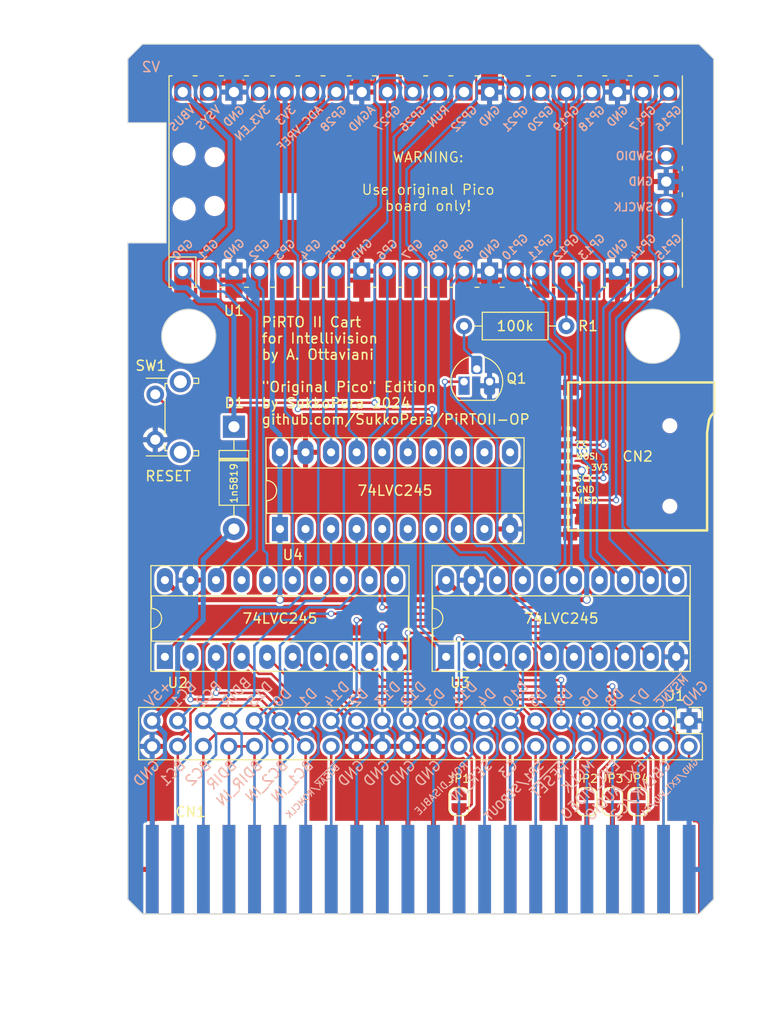
<source format=kicad_pcb>
(kicad_pcb (version 20240108) (generator "pcbnew") (generator_version "8.0")
  (title_block (title "PiRTO II Cart - \"Official Pico\" Edition") (date "2024-12-28") (rev "1git") (company "Andrea Ottaviani/SukkoPera") (comment 1 "https://github.com/SukkoPera/PiRTOII-OP") (comment 2 "Original project: https://github.com/aotta/PiRTOII"))
  (layers (0 "F.Cu" signal) (31 "B.Cu" signal) (36 "B.SilkS" user "B.Silkscreen") (37 "F.SilkS" user "F.Silkscreen") (38 "B.Mask" user) (39 "F.Mask" user) (44 "Edge.Cuts" user))
  (net 0 "")
  (net 1 "+5V")
  (net 2 "GND")
  (net 3 "~{msync'}")
  (net 4 "d7'")
  (net 5 "d8'")
  (net 6 "d6'")
  (net 7 "d9'")
  (net 8 "d5'")
  (net 9 "d10'")
  (net 10 "d4'")
  (net 11 "d11'")
  (net 12 "d3'")
  (net 13 "d12'")
  (net 14 "d13'")
  (net 15 "d2'")
  (net 16 "d14'")
  (net 17 "d1'")
  (net 18 "d0'")
  (net 19 "d15'")
  (net 20 "bdir'")
  (net 21 "bc2'")
  (net 22 "bc1'")
  (net 23 "/c3")
  (net 24 "Net-(D1-K)")
  (net 25 "/ext_audio")
  (net 26 "/mclk")
  (net 27 "/c2")
  (net 28 "/sr1")
  (net 29 "/~{busak}")
  (net 30 "rst_inty'")
  (net 31 "/ext_video")
  (net 32 "reset_inty_out")
  (net 33 "~{RESET_PICO}")
  (net 34 "CS")
  (net 37 "MISO")
  (net 41 "d6_lv")
  (net 43 "SCK")
  (net 44 "MOSI")
  (net 45 "d4_lv")
  (net 46 "d1_lv")
  (net 49 "d14_lv")
  (net 53 "/rom_disable")
  (net 54 "/serin")
  (net 55 "/c1")
  (net 56 "Net-(Q1-B)")
  (net 57 "DIR")
  (net 58 "d7_lv")
  (net 59 "d13_lv")
  (net 60 "d3_lv")
  (net 61 "d12_lv")
  (net 62 "d11_lv")
  (net 63 "+3.3V")
  (net 64 "~{msync_lv}")
  (net 65 "d9_lv")
  (net 66 "bc2_lv")
  (net 67 "d5_lv")
  (net 68 "d0_lv")
  (net 69 "d10_lv")
  (net 70 "d8_lv")
  (net 71 "d2_lv")
  (net 72 "bc1_lv")
  (net 73 "bdir_lv")
  (net 74 "d15_lv")
  (net 83 "/bc1_in")
  (net 84 "/bdir_in")
  (net 85 "/bc2_in")
  (footprint "PiRTOII:GCT-MEM2055-00-190-01-A" (layer "F.Cu") (at 131.448 146.936 -90)
    (property "Reference" "CN2")
    (property "Value" "MICRO_SD_SLOT")
  )
  (footprint "Package_DIP:DIP-20_W7.62mm_Socket_LongPads" (layer "F.Cu") (at 92.583 166.845 90)
    (property "Reference" "U2")
    (property "Value" "74LVC245")
  )
  (footprint "Connector_PinHeader_2.54mm:PinHeader_2x22_P2.54mm_Vertical" (layer "F.Cu") (at 144.653 173.195 -90)
    (property "Reference" "J1")
    (property "Value" "CONN_SNOOP")
  )
  (footprint "Diode_THT:D_DO-41_SOD81_P10.16mm_Horizontal" (layer "F.Cu") (at 99.441 143.985 -90)
    (property "Reference" "D1")
    (property "Value" "1n5819")
  )
  (footprint "MCU_RaspberryPi_and_Boards:RPi_Pico_SMD_TH" (layer "F.Cu") (at 118.491 119.634 90)
    (property "Reference" "U1")
    (property "Value" "PICO")
  )
  (footprint "Package_DIP:DIP-20_W7.62mm_Socket_LongPads" (layer "F.Cu") (at 104.013 154.145 90)
    (property "Reference" "U4")
    (property "Value" "74LVC245")
  )
  (footprint "Package_TO_SOT_THT:TO-92_HandSolder" (layer "F.Cu") (at 122.301 139.515)
    (property "Reference" "Q1")
    (property "Value" "BC547")
  )
  (footprint "Jumper:SolderJumper-2_P1.3mm_Open_RoundedPad1.0x1.5mm" (layer "F.Cu") (at 137.0457 181.229 90)
    (property "Reference" "JP3")
    (property "Value" "JMP_EXTVID")
  )
  (footprint "Package_DIP:DIP-20_W7.62mm_Socket_LongPads" (layer "F.Cu") (at 120.523 166.845 90)
    (property "Reference" "U3")
    (property "Value" "74LVC245")
  )
  (footprint "Jumper:SolderJumper-2_P1.3mm_Open_RoundedPad1.0x1.5mm" (layer "F.Cu") (at 134.5057 181.229 90)
    (property "Reference" "JP2")
    (property "Value" "JMP_MCLK")
  )
  (footprint "Button_Switch_THT:SW_Tactile_SPST_Angled_PTS645Vx83-2LFS" (layer "F.Cu") (at 91.625 145.275 90)
    (property "Reference" "SW1")
    (property "Value" "BTN_RESET_PICO" (hide yes))
  )
  (footprint "PiRTOII:Intellivision_Edge_Connector" (layer "F.Cu") (at 88.9 183.54)
    (property "Reference" "CN1")
    (property "Value" "EDGE_CONN")
    (fp_line (start 0 7.39) (end 0 0) (stroke (width 0.12)) (layer "Edge.Cuts"))
    (fp_line (start 0 7.39) (end 1.45 8.84) (stroke (width 0.12)) (layer "Edge.Cuts"))
    (fp_line (start 56.7414 8.84) (end 1.45 8.84) (stroke (width 0.12)) (layer "Edge.Cuts"))
    (fp_line (start 58.1914 7.39) (end 56.7414 8.84) (stroke (width 0.12)) (layer "Edge.Cuts"))
    (fp_line (start 58.1914 7.39) (end 58.1914 0) (stroke (width 0.12)) (layer "Edge.Cuts"))
  )
  (footprint "Jumper:SolderJumper-2_P1.3mm_Open_RoundedPad1.0x1.5mm" (layer "F.Cu") (at 121.8057 181.229 90)
    (property "Reference" "JP1")
    (property "Value" "JMP_ROMDIS")
  )
  (footprint "Jumper:SolderJumper-2_P1.3mm_Open_RoundedPad1.0x1.5mm" (layer "F.Cu") (at 139.5857 181.229 90)
    (property "Reference" "JP4")
    (property "Value" "JMP_EXTAUD")
  )
  (footprint "Resistor_THT:R_Axial_DIN0207_L6.3mm_D2.5mm_P10.16mm_Horizontal" (layer "F.Cu") (at 132.461 133.985 180)
    (property "Reference" "R1")
    (property "Value" "100k")
  )
  (gr_line (start 88.9 113.792) (end 92.71 113.792) (stroke (width 0.1)) (layer "Edge.Cuts"))
  (gr_line (start 147.0914 183.54) (end 147.0914 107.442) (stroke (width 0.1)) (layer "Edge.Cuts"))
  (gr_circle (center 94.94866 135) (end 97.63696 135) (stroke (width 0.1)) (fill none) (layer "Edge.Cuts"))
  (gr_line (start 88.9 125.73) (end 88.9 183.54) (stroke (width 0.1)) (layer "Edge.Cuts"))
  (gr_line (start 88.9 107.442) (end 88.9 113.792) (stroke (width 0.1)) (layer "Edge.Cuts"))
  (gr_circle (center 141.04274 135) (end 143.73104 135) (stroke (width 0.1)) (fill none) (layer "Edge.Cuts"))
  (gr_line (start 145.6414 105.992) (end 147.0914 107.442) (stroke (width 0.1)) (layer "Edge.Cuts"))
  (gr_line (start 92.71 113.792) (end 92.71 125.73) (stroke (width 0.1)) (layer "Edge.Cuts"))
  (gr_line (start 92.71 125.73) (end 88.9 125.73) (stroke (width 0.1)) (layer "Edge.Cuts"))
  (gr_line (start 145.6414 105.992) (end 90.35 105.992) (stroke (width 0.1)) (layer "Edge.Cuts"))
  (gr_line (start 88.9 107.442) (end 90.35 105.992) (stroke (width 0.1)) (layer "Edge.Cuts"))
  (gr_text "BDIR" (at 101.395045 169.483504 45) (layer "B.SilkS") (effects (font (size 1 1)) (justify left bottom mirror)))
  (gr_text "GND" (at 112.649 177.673 45) (layer "B.SilkS") (effects (font (size 1 1)) (justify left bottom mirror)))
  (gr_text "D12" (at 118.770984 169.887565 45) (layer "B.SilkS") (effects (font (size 1 1)) (justify left bottom mirror)))
  (gr_text "D3" (at 120.637549 170.561 45) (layer "B.SilkS") (effects (font (size 1 1)) (justify left bottom mirror)))
  (gr_text "D14" (at 111.150984 169.887565 45) (layer "B.SilkS") (effects (font (size 1 1)) (justify left bottom mirror)))
  (gr_text "~{BUSAK}/ROMCLK" (at 110.109 177.843884 45) (layer "B.SilkS") (effects (font (size 0.6 0.6) (thickness 0.12) (bold yes)) (justify left bottom mirror)))
  (gr_text "MCLK" (at 135.509 177.673 45) (layer "B.SilkS") (effects (font (size 1 1)) (justify left bottom mirror)))
  (gr_text "D9" (at 133.337549 170.561 45) (layer "B.SilkS") (effects (font (size 1 1)) (justify left bottom mirror)))
  (gr_text "BC2_IN" (at 105.029 177.673 45) (layer "B.SilkS") (effects (font (size 1 1)) (justify left bottom mirror)))
  (gr_text "BC1_IN" (at 107.569 177.673 45) (layer "B.SilkS") (effects (font (size 1 1)) (justify left bottom mirror)))
  (gr_text "BC2" (at 98.484656 169.853893 45) (layer "B.SilkS") (effects (font (size 1 1)) (justify left bottom mirror)))
  (gr_text "BDIR" (at 99.949 177.673 45) (layer "B.SilkS") (effects (font (size 1 1)) (justify left bottom mirror)))
  (gr_text "D11" (at 123.850984 169.887565 45) (layer "B.SilkS") (effects (font (size 1 1)) (justify left bottom mirror)))
  (gr_text "D1" (at 107.937549 170.561 45) (layer "B.SilkS") (effects (font (size 1 1)) (justify left bottom mirror)))
  (gr_text "D13" (at 116.230984 169.887565 45) (layer "B.SilkS") (effects (font (size 1 1)) (justify left bottom mirror)))
  (gr_text "SR1/SEROUT" (at 130.429 177.673 45) (layer "B.SilkS") (effects (font (size 0.8 0.8)) (justify left bottom mirror)))
  (gr_text "C3" (at 127.889 177.673 45) (layer "B.SilkS") (effects (font (size 1 1)) (justify left bottom mirror)))
  (gr_text "GND/EXT_VID/C1" (at 145.727902 177.326518 45) (layer "B.SilkS") (effects (font (size 0.6 0.6) (thickness 0.12) (bold yes)) (justify left bottom mirror)))
  (gr_text "GND" (at 120.269 177.673 45) (layer "B.SilkS") (effects (font (size 1 1)) (justify left bottom mirror)))
  (gr_text "BC2" (at 97.409 177.673 45) (layer "B.SilkS") (effects (font (size 1 1)) (justify left bottom mirror)))
  (gr_text "GND" (at 117.729 177.673 45) (layer "B.SilkS") (effects (font (size 1 1)) (justify left bottom mirror)))
  (gr_text "+5V" (at 93.472 169.786549 45) (layer "B.SilkS") (effects (font (size 1 1)) (justify left bottom mirror)))
  (gr_text "D0" (at 105.397549 170.561 45) (layer "B.SilkS") (effects (font (size 1 1)) (justify left bottom mirror)))
  (gr_text "ROM_DISABLE" (at 122.855881 177.673 45) (layer "B.SilkS") (effects (font (size 0.7 0.7) (thickness 0.12) (bold yes)) (justify left bottom mirror)))
  (gr_text "~{RESET}" (at 132.969 177.843884 45) (layer "B.SilkS") (effects (font (size 1 1)) (justify left bottom mirror)))
  (gr_text "D10" (at 128.930984 169.887565 45) (layer "B.SilkS") (effects (font (size 1 1)) (justify left bottom mirror)))
  (gr_text "D6" (at 135.877549 170.561 45) (layer "B.SilkS") (effects (font (size 1 1)) (justify left bottom mirror)))
  (gr_text "EXT_VIDEO" (at 138.049 177.673 45) (layer "B.SilkS") (effects (font (size 1 1)) (justify left bottom mirror)))
  (gr_text "BDIR_IN" (at 102.489 177.673 45) (layer "B.SilkS") (effects (font (size 1 1)) (justify left bottom mirror)))
  (gr_text "D7" (at 140.957549 170.561 45) (layer "B.SilkS") (effects (font (size 1 1)) (justify left bottom mirror)))
  (gr_text "BC1" (at 94.869 177.673 45) (layer "B.SilkS") (effects (font (size 1 1)) (justify left bottom mirror)))
  (gr_text "D5" (at 130.797549 170.561 45) (layer "B.SilkS") (effects (font (size 1 1)) (justify left bottom mirror)))
  (gr_text "D4" (at 125.717549 170.561 45) (layer "B.SilkS") (effects (font (size 1 1)) (justify left bottom mirror)))
  (gr_text "~{MSYNC}" (at 144.78 169.133691 45) (layer "B.SilkS") (effects (font (size 0.8 0.8) (thickness 0.14)) (justify left bottom mirror)))
  (gr_text "SER_IN" (at 125.349 177.673 45) (layer "B.SilkS") (effects (font (size 1 1)) (justify left bottom mirror)))
  (gr_text "D2" (at 113.017549 170.561 45) (layer "B.SilkS") (effects (font (size 1 1)) (justify left bottom mirror)))
  (gr_text "V2" (at 92.202 108.839 0) (layer "B.SilkS") (effects (font (size 1 1)) (justify left bottom mirror)))
  (gr_text "GND" (at 92.329 177.673 45) (layer "B.SilkS") (effects (font (size 1 1)) (justify left bottom mirror)))
  (gr_text "D8" (at 138.417549 170.561 45) (layer "B.SilkS") (effects (font (size 1 1)) (justify left bottom mirror)))
  (gr_text "GND" (at 146.812 169.786549 45) (layer "B.SilkS") (effects (font (size 1 1)) (justify left bottom mirror)))
  (gr_text "CBLNK/C2" (at 143.129 177.673 45) (layer "B.SilkS") (effects (font (size 1 1)) (justify left bottom mirror)))
  (gr_text "EXT_AUDIO" (at 140.589 177.673 45) (layer "B.SilkS") (effects (font (size 1 1)) (justify left bottom mirror)))
  (gr_text "BC1" (at 95.944656 169.853893 45) (layer "B.SilkS") (effects (font (size 1 1)) (justify left bottom mirror)))
  (gr_text "GND" (at 115.189 177.673 45) (layer "B.SilkS") (effects (font (size 1 1)) (justify left bottom mirror)))
  (gr_text "D15" (at 103.530984 169.887565 45) (layer "B.SilkS") (effects (font (size 1 1)) (justify left bottom mirror)))
  (gr_text "+3V3" (at 134.112 148.3844 0) (layer "F.SilkS") (effects (font (size 0.6 0.6) (thickness 0.12) (bold yes)) (justify left bottom)))
  (gr_text "SCK" (at 133.35 149.4844 0) (layer "F.SilkS") (effects (font (size 0.6 0.6) (thickness 0.12) (bold yes)) (justify left bottom)))
  (gr_text "MOSI" (at 133.35 147.2844 0) (layer "F.SilkS") (effects (font (size 0.6 0.6) (thickness 0.12) (bold yes)) (justify left bottom)))
  (gr_text "WARNING:\n\nUse original Pico\nboard only!" (at 118.736 119.634 0) (layer "F.SilkS") (effects (font (size 1 1) (thickness 0.125))))
  (gr_text "GND" (at 133.35 150.5844 0) (layer "F.SilkS") (effects (font (size 0.6 0.6) (thickness 0.12) (bold yes)) (justify left bottom)))
  (gr_text "~{CS}" (at 133.35 146.2644 0) (layer "F.SilkS") (effects (font (size 0.6 0.6) (thickness 0.12) (bold yes)) (justify left bottom)))
  (gr_text "MISO" (at 133.35 151.6844 0) (layer "F.SilkS") (effects (font (size 0.6 0.6) (thickness 0.12) (bold yes)) (justify left bottom)))
  (gr_text "RESET" (at 90.551 149.479 0) (layer "F.SilkS") (effects (font (size 1 1)) (justify left bottom)))
  (gr_text "PiRTO II Cart\nfor Intellivision\nby A. Ottaviani\n\n{dblquote}Original Pico{dblquote} Edition\nby SukkoPera 2024\ngithub.com/SukkoPera/PiRTOII-OP" (at 102.108 138.43 0) (layer "F.SilkS") (effects (font (size 1 1)) (justify left)))
  (segment (start 96.393 157.193) (end 96.393 163.195) (width 0.5) (layer "B.Cu") (net 1))
  (segment (start 91.3257 178.0667) (end 91.3257 178.0413) (width 0.5) (layer "B.Cu") (net 1))
  (segment (start 91.3257 178.0667) (end 91.3257 187.96) (width 0.5) (layer "B.Cu") (net 1))
  (segment (start 93.853 165.735) (end 93.853 170.655) (width 0.5) (layer "B.Cu") (net 1))
  (segment (start 99.441 154.145) (end 96.393 157.193) (width 0.5) (layer "B.Cu") (net 1))
  (segment (start 93.853 170.655) (end 91.313 173.195) (width 0.5) (layer "B.Cu") (net 1))
  (segment (start 91.3257 178.0413) (end 92.583 176.784) (width 0.5) (layer "B.Cu") (net 1))
  (segment (start 92.583 174.465) (end 92.583 176.784) (width 0.4) (layer "B.Cu") (net 1))
  (segment (start 92.583 174.465) (end 92.583 174.498) (width 0.5) (layer "B.Cu") (net 1))
  (segment (start 91.313 173.195) (end 92.583 174.465) (width 0.5) (layer "B.Cu") (net 1))
  (segment (start 96.393 163.195) (end 93.853 165.735) (width 0.5) (layer "B.Cu") (net 1))
  (segment (start 139.5857 180.58015) (end 139.5857 179.08385) (width 0.5) (layer "F.Cu") (net 2))
  (segment (start 114.1857 187.96) (end 114.1857 180.6067) (width 0.5) (layer "F.Cu") (net 2))
  (segment (start 91.3257 187.9473) (end 91.3257 180.594) (width 0.5) (layer "F.Cu") (net 2))
  (segment (start 119.2657 187.96) (end 119.2657 180.6067) (width 0.5) (layer "F.Cu") (net 2))
  (segment (start 116.7257 187.96) (end 116.7257 180.6067) (width 0.5) (layer "F.Cu") (net 2))
  (segment (start 134.5057 180.58015) (end 134.5057 179.08385) (width 0.5) (layer "F.Cu") (net 2))
  (segment (start 111.6457 187.9473) (end 111.6457 180.594) (width 0.5) (layer "F.Cu") (net 2))
  (segment (start 137.0457 180.58015) (end 137.0457 179.08385) (width 0.5) (layer "F.Cu") (net 2))
  (segment (start 121.8057 180.579) (end 121.8057 179.0827) (width 0.5) (layer "F.Cu") (net 2))
  (segment (start 144.6657 187.96) (end 144.6657 180.6067) (width 0.5) (layer "B.Cu") (net 2))
  (segment (start 138.303 161.925) (end 114.173 161.925) (width 0.25) (layer "F.Cu") (net 3))
  (segment (start 142.113 165.735) (end 138.303 161.925) (width 0.25) (layer "F.Cu") (net 3))
  (segment (start 142.113 173.195) (end 142.113 165.735) (width 0.25) (layer "F.Cu") (net 3))
  (via (at 114.173 161.925) (size 0.6) (drill 0.4) (layers "F.Cu" "B.Cu") (net 3))
  (segment (start 143.383 174.465) (end 143.383 176.4919) (width 0.25) (layer "B.Cu") (net 3))
  (segment (start 114.173 161.925) (end 114.173 154.145) (width 0.25) (layer "B.Cu") (net 3))
  (segment (start 143.383 176.4919) (end 142.1257 177.7492) (width 0.25) (layer "B.Cu") (net 3))
  (segment (start 142.1257 177.7492) (end 142.1257 187.96) (width 0.25) (layer "B.Cu") (net 3))
  (segment (start 142.113 173.195) (end 143.383 174.465) (width 0.25) (layer "B.Cu") (net 3))
  (segment (start 139.573 173.195) (end 136.812 170.434) (width 0.25) (layer "F.Cu") (net 4))
  (segment (start 136.812 170.434) (end 125.255 170.434) (width 0.25) (layer "F.Cu") (net 4))
  (segment (start 123.985 169.164) (end 114.3 169.164) (width 0.25) (layer "F.Cu") (net 4))
  (segment (start 125.255 170.434) (end 123.985 169.164) (width 0.25) (layer "F.Cu") (net 4))
  (segment (start 114.3 169.164) (end 112.903 167.767) (width 0.25) (layer "F.Cu") (net 4))
  (segment (start 139.573 173.195) (end 140.843 174.465) (width 0.25) (layer "B.Cu") (net 4))
  (segment (start 139.5857 177.71745) (end 139.5857 187.96) (width 0.25) (layer "B.Cu") (net 4))
  (segment (start 140.843 176.46015) (end 139.5857 177.71745) (width 0.25) (layer "B.Cu") (net 4))
  (segment (start 140.843 174.465) (end 140.843 176.46015) (width 0.25) (layer "B.Cu") (net 4))
  (segment (start 126.017 169.799) (end 137 169.799) (width 0.25) (layer "F.Cu") (net 5))
  (segment (start 137 169.799) (end 137.033 169.766) (width 0.25) (layer "F.Cu") (net 5))
  (segment (start 123.063 166.845) (end 126.017 169.799) (width 0.25) (layer "F.Cu") (net 5))
  (via (at 137.033 169.766) (size 0.6) (drill 0.4) (layers "F.Cu" "B.Cu") (net 5))
  (segment (start 138.303 176.403) (end 137.00125 177.70475) (width 0.25) (layer "B.Cu") (net 5))
  (segment (start 138.303 174.465) (end 138.303 176.403) (width 0.25) (layer "B.Cu") (net 5))
  (segment (start 137.00125 177.70475) (end 137.0457 177.7492) (width 0.25) (layer "B.Cu") (net 5))
  (segment (start 137.0457 177.7492) (end 137.0457 187.96) (width 0.25) (layer "B.Cu") (net 5))
  (segment (start 137.033 169.766) (end 137.033 173.195) (width 0.25) (layer "B.Cu") (net 5))
  (segment (start 137.033 173.195) (end 138.303 174.465) (width 0.25) (layer "B.Cu") (net 5))
  (segment (start 113.317 169.799) (end 123.477 169.799) (width 0.25) (layer "F.Cu") (net 6))
  (segment (start 132.367 171.069) (end 134.493 173.195) (width 0.25) (layer "F.Cu") (net 6))
  (segment (start 110.363 166.845) (end 113.317 169.799) (width 0.25) (layer "F.Cu") (net 6))
  (segment (start 124.747 171.069) (end 132.367 171.069) (width 0.25) (layer "F.Cu") (net 6))
  (segment (start 123.477 169.799) (end 124.747 171.069) (width 0.25) (layer "F.Cu") (net 6))
  (segment (start 134.493 173.195) (end 135.763 174.465) (width 0.25) (layer "B.Cu") (net 6))
  (segment (start 135.763 174.465) (end 135.763 176.4284) (width 0.25) (layer "B.Cu") (net 6))
  (segment (start 134.5057 177.6857) (end 134.5057 187.96) (width 0.25) (layer "B.Cu") (net 6))
  (segment (start 135.763 176.4284) (end 134.5057 177.6857) (width 0.25) (layer "B.Cu") (net 6))
  (segment (start 131.92 169.164) (end 131.953 169.131) (width 0.25) (layer "F.Cu") (net 7))
  (segment (start 125.603 166.845) (end 127.922 169.164) (width 0.25) (layer "F.Cu") (net 7))
  (segment (start 127.922 169.164) (end 131.92 169.164) (width 0.25) (layer "F.Cu") (net 7))
  (via (at 131.953 169.131) (size 0.6) (drill 0.4) (layers "F.Cu" "B.Cu") (net 7))
  (segment (start 131.9657 177.8127) (end 131.9657 187.96) (width 0.25) (layer "B.Cu") (net 7))
  (segment (start 131.953 173.195) (end 133.223 174.465) (width 0.25) (layer "B.Cu") (net 7))
  (segment (start 133.223 174.465) (end 133.223 176.5554) (width 0.25) (layer "B.Cu") (net 7))
  (segment (start 133.223 176.5554) (end 131.9657 177.8127) (width 0.25) (layer "B.Cu") (net 7))
  (segment (start 131.953 173.195) (end 131.953 169.131) (width 0.25) (layer "B.Cu") (net 7))
  (segment (start 124.112 171.704) (end 127.922 171.704) (width 0.25) (layer "F.Cu") (net 8))
  (segment (start 127.922 171.704) (end 129.413 173.195) (width 0.25) (layer "F.Cu") (net 8))
  (segment (start 122.842 170.434) (end 124.112 171.704) (width 0.25) (layer "F.Cu") (net 8))
  (segment (start 111.412 170.434) (end 122.842 170.434) (width 0.25) (layer "F.Cu") (net 8))
  (segment (start 107.823 166.845) (end 111.412 170.434) (width 0.25) (layer "F.Cu") (net 8))
  (segment (start 129.413 173.736) (end 130.683 175.006) (width 0.25) (layer "B.Cu") (net 8))
  (segment (start 130.683 176.5554) (end 129.4257 177.8127) (width 0.25) (layer "B.Cu") (net 8))
  (segment (start 129.4257 177.8127) (end 129.4257 187.96) (width 0.25) (layer "B.Cu") (net 8))
  (segment (start 130.683 175.006) (end 130.683 176.5554) (width 0.25) (layer "B.Cu") (net 8))
  (segment (start 126.873 173.195) (end 128.143 174.465) (width 0.25) (layer "B.Cu") (net 9))
  (segment (start 128.143 166.845) (end 128.143 171.925) (width 0.25) (layer "B.Cu") (net 9))
  (segment (start 128.143 174.465) (end 128.143 176.5554) (width 0.25) (layer "B.Cu") (net 9))
  (segment (start 128.143 171.925) (end 126.873 173.195) (width 0.25) (layer "B.Cu") (net 9))
  (segment (start 128.143 176.5554) (end 126.8857 177.8127) (width 0.25) (layer "B.Cu") (net 9))
  (segment (start 126.8857 177.8127) (end 126.8857 187.96) (width 0.25) (layer "B.Cu") (net 9))
  (segment (start 122.207 171.069) (end 124.333 173.195) (width 0.25) (layer "F.Cu") (net 10))
  (segment (start 111.158 171.069) (end 122.207 171.069) (width 0.25) (layer "F.Cu") (net 10))
  (segment (start 106.967 168.529) (end 108.618 168.529) (width 0.25) (layer "F.Cu") (net 10))
  (segment (start 108.618 168.529) (end 111.158 171.069) (width 0.25) (layer "F.Cu") (net 10))
  (segment (start 105.283 166.845) (end 106.967 168.529) (width 0.25) (layer "F.Cu") (net 10))
  (segment (start 125.603 176.5554) (end 124.3457 177.8127) (width 0.25) (layer "B.Cu") (net 10))
  (segment (start 124.333 173.195) (end 125.603 174.465) (width 0.25) (layer "B.Cu") (net 10))
  (segment (start 124.3457 177.8127) (end 124.3457 187.96) (width 0.25) (layer "B.Cu") (net 10))
  (segment (start 125.603 174.465) (end 125.603 176.5554) (width 0.25) (layer "B.Cu") (net 10))
  (segment (start 128.938 165.1) (end 121.826 165.1) (width 0.25) (layer "F.Cu") (net 11))
  (segment (start 121.826 165.1) (end 121.793 165.067) (width 0.25) (layer "F.Cu") (net 11))
  (segment (start 130.683 166.845) (end 128.938 165.1) (width 0.25) (layer "F.Cu") (net 11))
  (via (at 121.793 165.1) (size 0.6) (drill 0.4) (layers "F.Cu" "B.Cu") (net 11))
  (segment (start 121.8057 177.8) (end 121.8057 187.96) (width 0.25) (layer "B.Cu") (net 11))
  (segment (start 121.793 165.067) (end 121.793 173.195) (width 0.25) (layer "B.Cu") (net 11))
  (segment (start 121.793 173.195) (end 123.063 174.465) (width 0.25) (layer "B.Cu") (net 11))
  (segment (start 123.063 174.465) (end 123.063 176.5427) (width 0.25) (layer "B.Cu") (net 11))
  (segment (start 123.063 176.5427) (end 121.8057 177.8) (width 0.25) (layer "B.Cu") (net 11))
  (segment (start 105.062 169.164) (end 108.364 169.164) (width 0.25) (layer "F.Cu") (net 12))
  (segment (start 108.364 169.164) (end 110.904 171.704) (width 0.25) (layer "F.Cu") (net 12))
  (segment (start 102.743 166.845) (end 105.062 169.164) (width 0.25) (layer "F.Cu") (net 12))
  (segment (start 117.762 171.704) (end 119.253 173.195) (width 0.25) (layer "F.Cu") (net 12))
  (segment (start 110.904 171.704) (end 117.762 171.704) (width 0.25) (layer "F.Cu") (net 12))
  (segment (start 119.253 173.195) (end 120.523 174.465) (width 0.25) (layer "B.Cu") (net 12))
  (segment (start 119.2657 177.90795) (end 119.2657 187.96) (width 0.25) (layer "B.Cu") (net 12))
  (segment (start 120.523 174.465) (end 120.523 176.65065) (width 0.25) (layer "B.Cu") (net 12))
  (segment (start 120.523 176.65065) (end 119.2657 177.90795) (width 0.25) (layer "B.Cu") (net 12))
  (segment (start 116.746 164.465) (end 116.713 164.432) (width 0.25) (layer "F.Cu") (net 13))
  (segment (start 130.97 164.465) (end 116.746 164.465) (width 0.25) (layer "F.Cu") (net 13))
  (segment (start 133.35 166.845) (end 130.97 164.465) (width 0.25) (layer "F.Cu") (net 13))
  (via (at 116.713 164.465) (size 0.6) (drill 0.4) (layers "F.Cu" "B.Cu") (net 13))
  (segment (start 116.713 164.432) (end 116.713 173.195) (width 0.25) (layer "B.Cu") (net 13))
  (segment (start 117.983 176.6824) (end 116.7257 177.9397) (width 0.25) (layer "B.Cu") (net 13))
  (segment (start 116.713 173.195) (end 117.983 174.465) (width 0.25) (layer "B.Cu") (net 13))
  (segment (start 117.983 174.465) (end 117.983 176.6824) (width 0.25) (layer "B.Cu") (net 13))
  (segment (start 116.7257 177.9397) (end 116.7257 187.96) (width 0.25) (layer "B.Cu") (net 13))
  (segment (start 114.173 163.83) (end 132.748 163.83) (width 0.25) (layer "F.Cu") (net 14))
  (segment (start 132.748 163.83) (end 135.763 166.845) (width 0.25) (layer "F.Cu") (net 14))
  (via (at 114.173 163.83) (size 0.6) (drill 0.4) (layers "F.Cu" "B.Cu") (net 14))
  (segment (start 115.443 174.465) (end 115.443 176.5554) (width 0.25) (layer "B.Cu") (net 14))
  (segment (start 114.1857 177.8127) (end 114.1857 187.96) (width 0.25) (layer "B.Cu") (net 14))
  (segment (start 115.443 176.5554) (end 114.1857 177.8127) (width 0.25) (layer "B.Cu") (net 14))
  (segment (start 114.173 173.195) (end 114.173 163.83) (width 0.25) (layer "B.Cu") (net 14))
  (segment (start 114.173 173.195) (end 115.443 174.465) (width 0.25) (layer "B.Cu") (net 14))
  (segment (start 103.157 168.529) (end 104.427 169.799) (width 0.25) (layer "F.Cu") (net 15))
  (segment (start 100.203 166.845) (end 101.887 168.529) (width 0.25) (layer "F.Cu") (net 15))
  (segment (start 101.887 168.529) (end 103.157 168.529) (width 0.25) (layer "F.Cu") (net 15))
  (segment (start 108.237 169.799) (end 111.633 173.195) (width 0.25) (layer "F.Cu") (net 15))
  (segment (start 104.427 169.799) (end 108.237 169.799) (width 0.25) (layer "F.Cu") (net 15))
  (segment (start 112.903 174.465) (end 112.903 176.5554) (width 0.25) (layer "B.Cu") (net 15))
  (segment (start 111.6457 177.8127) (end 111.6457 187.96) (width 0.25) (layer "B.Cu") (net 15))
  (segment (start 112.903 176.5554) (end 111.6457 177.8127) (width 0.25) (layer "B.Cu") (net 15))
  (segment (start 111.633 173.195) (end 112.903 174.465) (width 0.25) (layer "B.Cu") (net 15))
  (segment (start 134.653 163.195) (end 138.303 166.845) (width 0.25) (layer "F.Cu") (net 16))
  (segment (start 111.633 163.195) (end 134.653 163.195) (width 0.25) (layer "F.Cu") (net 16))
  (via (at 111.633 163.195) (size 0.6) (drill 0.4) (layers "F.Cu" "B.Cu") (net 16))
  (segment (start 111.633 170.655) (end 109.093 173.195) (width 0.25) (layer "B.Cu") (net 16))
  (segment (start 109.1057 177.6857) (end 109.1057 187.96) (width 0.25) (layer "B.Cu") (net 16))
  (segment (start 109.093 173.195) (end 110.363 174.465) (width 0.25) (layer "B.Cu") (net 16))
  (segment (start 110.363 176.4284) (end 109.1057 177.6857) (width 0.25) (layer "B.Cu") (net 16))
  (segment (start 110.363 174.465) (end 110.363 176.4284) (width 0.25) (layer "B.Cu") (net 16))
  (segment (start 111.633 163.195) (end 111.633 170.655) (width 0.25) (layer "B.Cu") (net 16))
  (segment (start 102.362 170.434) (end 103.632 171.704) (width 0.25) (layer "F.Cu") (net 17))
  (segment (start 97.663 170.434) (end 102.362 170.434) (width 0.25) (layer "F.Cu") (net 17))
  (segment (start 105.062 171.704) (end 106.553 173.195) (width 0.25) (layer "F.Cu") (net 17))
  (segment (start 103.632 171.704) (end 105.062 171.704) (width 0.25) (layer "F.Cu") (net 17))
  (via (at 97.663 170.434) (size 0.6) (drill 0.4) (layers "F.Cu" "B.Cu") (net 17))
  (segment (start 106.5657 177.6857) (end 106.5657 187.96) (width 0.25) (layer "B.Cu") (net 17))
  (segment (start 107.823 174.465) (end 107.823 176.4284) (width 0.25) (layer "B.Cu") (net 17))
  (segment (start 106.553 173.195) (end 107.823 174.465) (width 0.25) (layer "B.Cu") (net 17))
  (segment (start 107.823 176.4284) (end 106.5657 177.6857) (width 0.25) (layer "B.Cu") (net 17))
  (segment (start 97.663 170.434) (end 97.663 166.845) (width 0.25) (layer "B.Cu") (net 17))
  (segment (start 102.108 171.069) (end 103.9165 172.8775) (width 0.25) (layer "F.Cu") (net 18))
  (segment (start 95.123 171.069) (end 102.108 171.069) (width 0.25) (layer "F.Cu") (net 18))
  (via (at 95.123 171.069) (size 0.6) (drill 0.4) (layers "F.Cu" "B.Cu") (net 18))
  (segment (start 95.123 171.069) (end 95.123 166.845) (width 0.25) (layer "B.Cu") (net 18))
  (segment (start 104.013 173.609) (end 105.283 174.879) (width 0.25) (layer "B.Cu") (net 18))
  (segment (start 104.0257 177.6857) (end 104.0257 187.96) (width 0.25) (layer "B.Cu") (net 18))
  (segment (start 105.283 176.4284) (end 104.0257 177.6857) (width 0.25) (layer "B.Cu") (net 18))
  (segment (start 105.283 174.879) (end 105.283 176.4284) (width 0.25) (layer "B.Cu") (net 18))
  (segment (start 140.843 166.845) (end 136.558 162.56) (width 0.25) (layer "F.Cu") (net 19))
  (segment (start 136.558 162.56) (end 109.093 162.56) (width 0.25) (layer "F.Cu") (net 19))
  (via (at 109.093 162.56) (size 0.6) (drill 0.4) (layers "F.Cu" "B.Cu") (net 19))
  (segment (start 102.743 175.006) (end 102.743 176.4919) (width 0.25) (layer "B.Cu") (net 19))
  (segment (start 101.473 173.736) (end 102.743 175.006) (width 0.25) (layer "B.Cu") (net 19))
  (segment (start 107.188 162.56) (end 109.093 162.56) (width 0.25) (layer "B.Cu") (net 19))
  (segment (start 104.013 165.735) (end 107.188 162.56) (width 0.25) (layer "B.Cu") (net 19))
  (segment (start 101.4857 177.7492) (end 101.4857 187.96) (width 0.25) (layer "B.Cu") (net 19))
  (segment (start 101.473 173.195) (end 104.013 170.655) (width 0.25) (layer "B.Cu") (net 19))
  (segment (start 104.013 170.655) (end 104.013 165.735) (width 0.25) (layer "B.Cu") (net 19))
  (segment (start 102.743 176.4919) (end 101.4857 177.7492) (width 0.25) (layer "B.Cu") (net 19))
  (segment (start 100.203 174.465) (end 100.203 176.5554) (width 0.25) (layer "B.Cu") (net 20))
  (segment (start 109.982 161.925) (end 111.633 160.274) (width 0.25) (layer "B.Cu") (net 20))
  (segment (start 104.013 163.195) (end 105.6005 163.195) (width 0.25) (layer "B.Cu") (net 20))
  (segment (start 100.203 176.5554) (end 98.9457 177.8127) (width 0.25) (layer "B.Cu") (net 20))
  (segment (start 101.473 170.655) (end 101.473 165.735) (width 0.25) (layer "B.Cu") (net 20))
  (segment (start 98.9457 177.8127) (end 98.9457 187.96) (width 0.25) (layer "B.Cu") (net 20))
  (segment (start 98.933 173.195) (end 101.473 170.655) (width 0.25) (layer "B.Cu") (net 20))
  (segment (start 106.8705 161.925) (end 109.982 161.925) (width 0.25) (layer "B.Cu") (net 20))
  (segment (start 111.633 160.274) (end 111.633 154.145) (width 0.25) (layer "B.Cu") (net 20))
  (segment (start 98.933 173.195) (end 100.203 174.465) (width 0.25) (layer "B.Cu") (net 20))
  (segment (start 105.6005 163.195) (end 106.8705 161.925) (width 0.25) (layer "B.Cu") (net 20))
  (segment (start 101.473 165.735) (end 104.013 163.195) (width 0.25) (layer "B.Cu") (net 20))
  (segment (start 109.093 154.145) (end 109.093 160.241) (width 0.25) (layer "B.Cu") (net 21))
  (segment (start 105.283 162.56) (end 102.108 162.56) (width 0.25) (layer "B.Cu") (net 21))
  (segment (start 98.933 170.655) (end 96.393 173.195) (width 0.25) (layer "B.Cu") (net 21))
  (segment (start 96.4057 177.8127) (end 96.4057 187.96) (width 0.25) (layer "B.Cu") (net 21))
  (segment (start 108.044 161.29) (end 106.553 161.29) (width 0.25) (layer "B.Cu") (net 21))
  (segment (start 98.933 165.735) (end 98.933 170.655) (width 0.25) (layer "B.Cu") (net 21))
  (segment (start 97.663 174.465) (end 97.663 176.5554) (width 0.25) (layer "B.Cu") (net 21))
  (segment (start 97.663 176.5554) (end 96.4057 177.8127) (width 0.25) (layer "B.Cu") (net 21))
  (segment (start 102.108 162.56) (end 98.933 165.735) (width 0.25) (layer "B.Cu") (net 21))
  (segment (start 106.553 161.29) (end 105.283 162.56) (width 0.25) (layer "B.Cu") (net 21))
  (segment (start 96.393 173.195) (end 97.663 174.465) (width 0.25) (layer "B.Cu") (net 21))
  (segment (start 109.093 160.241) (end 108.044 161.29) (width 0.25) (layer "B.Cu") (net 21))
  (segment (start 96.393 165.735) (end 96.393 171.196) (width 0.25) (layer "B.Cu") (net 22))
  (segment (start 93.853 173.195) (end 95.123 174.465) (width 0.25) (layer "B.Cu") (net 22))
  (segment (start 100.203 161.925) (end 96.393 165.735) (width 0.25) (layer "B.Cu") (net 22))
  (segment (start 106.553 154.145) (end 106.553 160.274) (width 0.25) (layer "B.Cu") (net 22))
  (segment (start 95.344 171.704) (end 93.853 173.195) (width 0.25) (layer "B.Cu") (net 22))
  (segment (start 93.8657 177.8127) (end 93.8657 187.96) (width 0.25) (layer "B.Cu") (net 22))
  (segment (start 95.123 174.465) (end 95.123 176.5554) (width 0.25) (layer "B.Cu") (net 22))
  (segment (start 95.123 176.5554) (end 93.8657 177.8127) (width 0.25) (layer "B.Cu") (net 22))
  (segment (start 95.885 171.704) (end 95.344 171.704) (width 0.25) (layer "B.Cu") (net 22))
  (segment (start 104.902 161.925) (end 100.203 161.925) (width 0.25) (layer "B.Cu") (net 22))
  (segment (start 96.393 171.196) (end 95.885 171.704) (width 0.25) (layer "B.Cu") (net 22))
  (segment (start 106.553 160.274) (end 104.902 161.925) (width 0.25) (layer "B.Cu") (net 22))
  (segment (start 126.873 187.9473) (end 126.873 175.735) (width 0.25) (layer "F.Cu") (net 23))
  (segment (start 99.441 143.985) (end 99.441 133.096) (width 0.5) (layer "B.Cu") (net 24))
  (segment (start 93.599 127) (end 96.266 127) (width 0.5) (layer "B.Cu") (net 24))
  (segment (start 94.742 130.175) (end 93.726 130.175) (width 0.5) (layer "B.Cu") (net 24))
  (segment (start 99.06 115.443) (end 94.361 110.744) (width 0.5) (layer "B.Cu") (net 24))
  (segment (start 96.012 131.445) (end 94.742 130.175) (width 0.5) (layer "B.Cu") (net 24))
  (segment (start 99.441 133.096) (end 97.79 131.445) (width 0.5) (layer "B.Cu") (net 24))
  (segment (start 97.79 131.445) (end 96.012 131.445) (width 0.5) (layer "B.Cu") (net 24))
  (segment (start 99.06 124.206) (end 99.06 115.443) (width 0.5) (layer "B.Cu") (net 24))
  (segment (start 96.266 127) (end 99.06 124.206) (width 0.5) (layer "B.Cu") (net 24))
  (segment (start 92.837 127.762) (end 93.599 127) (width 0.5) (layer "B.Cu") (net 24))
  (segment (start 92.837 129.286) (end 92.837 127.762) (width 0.5) (layer "B.Cu") (net 24))
  (segment (start 93.726 130.175) (end 92.837 129.286) (width 0.5) (layer "B.Cu") (net 24))
  (segment (start 140.843 177.005) (end 140.843 181.61) (width 0.25) (layer "F.Cu") (net 25))
  (segment (start 140.574 181.879) (end 139.5857 181.879) (width 0.25) (layer "F.Cu") (net 25))
  (segment (start 139.573 175.735) (end 140.843 177.005) (width 0.25) (layer "F.Cu") (net 25))
  (segment (start 139.5857 187.96) (end 139.5857 181.879) (width 0.5) (layer "F.Cu") (net 25))
  (segment (start 140.843 181.61) (end 140.574 181.879) (width 0.25) (layer "F.Cu") (net 25))
  (segment (start 134.5057 187.96) (end 134.5057 181.879) (width 0.5) (layer "F.Cu") (net 26))
  (segment (start 134.493 175.735) (end 133.35 176.878) (width 0.25) (layer "F.Cu") (net 26))
  (segment (start 133.619 181.879) (end 134.5057 181.879) (width 0.25) (layer "F.Cu") (net 26))
  (segment (start 133.35 176.878) (end 133.35 181.61) (width 0.25) (layer "F.Cu") (net 26))
  (segment (start 133.35 181.61) (end 133.619 181.879) (width 0.25) (layer "F.Cu") (net 26))
  (segment (start 142.113 187.9473) (end 142.113 175.735) (width 0.25) (layer "F.Cu") (net 27))
  (segment (start 129.413 175.735) (end 129.413 187.9473) (width 0.25) (layer "F.Cu") (net 28))
  (segment (start 109.1057 187.96) (end 109.1057 175.7477) (width 0.25) (layer "F.Cu") (net 29))
  (segment (start 122.301 139.515) (end 120.454 139.515) (width 0.25) (layer "F.Cu") (net 30))
  (segment (start 131.953 187.9473) (end 131.953 175.735) (width 0.25) (layer "F.Cu") (net 30))
  (segment (start 120.454 139.515) (end 120.396 139.573) (width 0.25) (layer "F.Cu") (net 30))
  (via (at 120.396 139.515) (size 0.6) (drill 0.4) (layers "F.Cu" "B.Cu") (net 30))
  (segment (start 120.396 142.367) (end 123.063 145.034) (width 0.25) (layer "B.Cu") (net 30))
  (segment (start 126.873 160.274) (end 129.413 162.814) (width 0.25) (layer "B.Cu") (net 30))
  (segment (start 120.396 139.515) (end 120.396 142.367) (width 0.25) (layer "B.Cu") (net 30))
  (segment (start 130.683 172.466) (end 130.683 173.99) (width 0.25) (layer "B.Cu") (net 30))
  (segment (start 124.968 155.829) (end 126.873 157.734) (width 0.25) (layer "B.Cu") (net 30))
  (segment (start 126.873 157.734) (end 126.873 160.274) (width 0.25) (layer "B.Cu") (net 30))
  (segment (start 123.063 145.034) (end 123.063 155.321) (width 0.25) (layer "B.Cu") (net 30))
  (segment (start 123.063 155.321) (end 123.571 155.829) (width 0.25) (layer "B.Cu") (net 30))
  (segment (start 130.683 173.99) (end 131.953 175.26) (width 0.25) (layer "B.Cu") (net 30))
  (segment (start 129.413 171.196) (end 130.683 172.466) (width 0.25) (layer "B.Cu") (net 30))
  (segment (start 123.571 155.829) (end 124.968 155.829) (width 0.25) (layer "B.Cu") (net 30))
  (segment (start 131.953 175.735) (end 131.953 175.006) (width 0.25) (layer "B.Cu") (net 30))
  (segment (start 129.413 162.814) (end 129.413 171.196) (width 0.25) (layer "B.Cu") (net 30))
  (segment (start 137.033 175.735) (end 137.033 177.038) (width 0.25) (layer "F.Cu") (net 31))
  (segment (start 135.89 181.61) (end 136.159 181.879) (width 0.25) (layer "F.Cu") (net 31))
  (segment (start 137.033 177.038) (end 135.89 178.181) (width 0.25) (layer "F.Cu") (net 31))
  (segment (start 137.0457 187.96) (end 137.0457 181.879) (width 0.5) (layer "F.Cu") (net 31))
  (segment (start 135.89 178.181) (end 135.89 181.61) (width 0.25) (layer "F.Cu") (net 31))
  (segment (start 136.159 181.879) (end 137.0457 181.879) (width 0.25) (layer "F.Cu") (net 31))
  (segment (start 131.826 126.492) (end 131.191 127.127) (width 0.25) (layer "B.Cu") (net 32))
  (segment (start 129.921 110.744) (end 131.826 112.649) (width 0.25) (layer "B.Cu") (net 32))
  (segment (start 131.826 112.649) (end 131.826 126.492) (width 0.25) (layer "B.Cu") (net 32))
  (segment (start 131.191 127.127) (end 131.191 129.667) (width 0.25) (layer "B.Cu") (net 32))
  (segment (start 131.191 129.667) (end 132.461 130.937) (width 0.25) (layer "B.Cu") (net 32))
  (segment (start 132.461 130.937) (end 132.461 133.985) (width 0.25) (layer "B.Cu") (net 32))
  (segment (start 92.455 141.605) (end 113.411 141.605) (width 0.25) (layer "F.Cu") (net 33))
  (segment (start 91.625 140.775) (end 92.455 141.605) (width 0.25) (layer "F.Cu") (net 33))
  (via (at 113.411 141.605) (size 0.6) (drill 0.4) (layers "F.Cu" "B.Cu") (net 33))
  (segment (start 119.761 110.744) (end 115.316 115.189) (width 0.25) (layer "B.Cu") (net 33))
  (segment (start 113.411 127.889) (end 113.411 141.605) (width 0.25) (layer "B.Cu") (net 33))
  (segment (start 115.316 125.984) (end 113.411 127.889) (width 0.25) (layer "B.Cu") (net 33))
  (segment (start 115.316 115.189) (end 115.316 125.984) (width 0.25) (layer "B.Cu") (net 33))
  (segment (start 132.248 145.786) (end 136.134 145.786) (width 0.25) (layer "F.Cu") (net 34))
  (segment (start 136.134 145.786) (end 136.144 145.796) (width 0.25) (layer "F.Cu") (net 34))
  (via (at 136.144 145.786) (size 0.6) (drill 0.4) (layers "F.Cu" "B.Cu") (net 34))
  (segment (start 138.811 127.762) (end 138.811 129.54) (width 0.25) (layer "B.Cu") (net 34))
  (segment (start 136.144 132.207) (end 136.144 145.796) (width 0.25) (layer "B.Cu") (net 34))
  (segment (start 140.081 126.492) (end 138.811 127.762) (width 0.25) (layer "B.Cu") (net 34))
  (segment (start 140.081 110.744) (end 140.081 126.492) (width 0.25) (layer "B.Cu") (net 34))
  (segment (start 138.811 129.54) (end 136.144 132.207) (width 0.25) (layer "B.Cu") (net 34))
  (segment (start 132.248 151.286) (end 137.287 151.286) (width 0.25) (layer "F.Cu") (net 37))
  (via (at 137.414 151.286) (size 0.6) (drill 0.4) (layers "F.Cu" "B.Cu") (net 37))
  (segment (start 140.716 126.4285) (end 141.351 127.0635) (width 0.25) (layer "B.Cu") (net 37))
  (segment (start 140.716 112.649) (end 140.716 126.4285) (width 0.25) (layer "B.Cu") (net 37))
  (segment (start 137.414 151.13) (end 137.287 151.257) (width 0.25) (layer "B.Cu") (net 37))
  (segment (start 142.621 110.744) (end 140.716 112.649) (width 0.25) (layer "B.Cu") (net 37))
  (segment (start 141.351 129.286) (end 137.414 133.223) (width 0.25) (layer "B.Cu") (net 37))
  (segment (start 141.351 127.0635) (end 141.351 129.286) (width 0.25) (layer "B.Cu") (net 37))
  (segment (start 137.414 133.223) (end 137.414 151.13) (width 0.25) (layer "B.Cu") (net 37))
  (segment (start 114.681 128.524) (end 114.681 143.256) (width 0.25) (layer "B.Cu") (net 41))
  (segment (start 112.903 145.034) (end 112.903 159.225) (width 0.25) (layer "B.Cu") (net 41))
  (segment (start 114.681 143.256) (end 112.903 145.034) (width 0.25) (layer "B.Cu") (net 41))
  (segment (start 132.248 149.086) (end 136.144 149.086) (width 0.25) (layer "F.Cu") (net 43))
  (via (at 136.144 149.086) (size 0.6) (drill 0.4) (layers "F.Cu" "B.Cu") (net 43))
  (segment (start 133.096 112.649) (end 133.096 124.587) (width 0.25) (layer "B.Cu") (net 43))
  (segment (start 135.001 110.744) (end 133.096 112.649) (width 0.25) (layer "B.Cu") (net 43))
  (segment (start 135.509 130.81) (end 135.509 146.304) (width 0.25) (layer "B.Cu") (net 43))
  (segment (start 135.509 146.304) (end 136.144 146.939) (width 0.25) (layer "B.Cu") (net 43))
  (segment (start 136.271 127.762) (end 136.271 130.048) (width 0.25) (layer "B.Cu") (net 43))
  (segment (start 133.096 124.587) (end 136.271 127.762) (width 0.25) (layer "B.Cu") (net 43))
  (segment (start 136.271 130.048) (end 135.509 130.81) (width 0.25) (layer "B.Cu") (net 43))
  (segment (start 136.144 146.939) (end 136.144 149.086) (width 0.25) (layer "B.Cu") (net 43))
  (segment (start 132.248 146.886) (end 133.784 146.886) (width 0.25) (layer "F.Cu") (net 44))
  (segment (start 133.784 146.886) (end 134.239 146.431) (width 0.25) (layer "F.Cu") (net 44))
  (via (at 134.239 146.431) (size 0.6) (drill 0.4) (layers "F.Cu" "B.Cu") (net 44))
  (segment (start 132.461 110.744) (end 132.461 126.492) (width 0.25) (layer "B.Cu") (net 44))
  (segment (start 133.731 127.762) (end 133.731 129.413) (width 0.25) (layer "B.Cu") (net 44))
  (segment (start 133.731 129.413) (end 134.239 129.921) (width 0.25) (layer "B.Cu") (net 44))
  (segment (start 134.239 129.921) (end 134.239 146.431) (width 0.25) (layer "B.Cu") (net 44))
  (segment (start 132.461 126.492) (end 133.731 127.762) (width 0.25) (layer "B.Cu") (net 44))
  (segment (start 107.061 144.526) (end 107.061 128.524) (width 0.25) (layer "B.Cu") (net 45))
  (segment (start 107.823 145.288) (end 107.061 144.526) (width 0.25) (layer "B.Cu") (net 45))
  (segment (start 107.823 159.225) (end 107.823 145.288) (width 0.25) (layer "B.Cu") (net 45))
  (segment (start 101.727 156.21) (end 101.727 132.461) (width 0.25) (layer "B.Cu") (net 46))
  (segment (start 99.187 129.921) (end 98.298 129.921) (width 0.25) (layer "B.Cu") (net 46))
  (segment (start 100.203 159.225) (end 100.203 157.734) (width 0.25) (layer "B.Cu") (net 46))
  (segment (start 101.727 132.461) (end 99.187 129.921) (width 0.25) (layer "B.Cu") (net 46))
  (segment (start 98.298 129.921) (end 96.901 128.524) (width 0.25) (layer "B.Cu") (net 46))
  (segment (start 100.203 157.734) (end 101.727 156.21) (width 0.25) (layer "B.Cu") (net 46))
  (segment (start 140.081 128.524) (end 140.081 129.3495) (width 0.25) (layer "B.Cu") (net 49))
  (segment (start 140.081 129.3495) (end 136.779 132.6515) (width 0.25) (layer "B.Cu") (net 49))
  (segment (start 136.779 132.6515) (end 136.779 155.161) (width 0.25) (layer "B.Cu") (net 49))
  (segment (start 136.779 155.161) (end 140.843 159.225) (width 0.25) (layer "B.Cu") (net 49))
  (segment (start 122.667 181.879) (end 121.8057 181.879) (width 0.25) (layer "F.Cu") (net 53))
  (segment (start 121.8057 187.96) (end 121.8057 181.879) (width 0.5) (layer "F.Cu") (net 53))
  (segment (start 123.063 177.005) (end 123.063 181.483) (width 0.25) (layer "F.Cu") (net 53))
  (segment (start 121.793 175.735) (end 123.063 177.005) (width 0.25) (layer "F.Cu") (net 53))
  (segment (start 123.063 181.483) (end 122.667 181.879) (width 0.25) (layer "F.Cu") (net 53))
  (segment (start 124.333 187.9473) (end 124.333 175.735) (width 0.25) (layer "F.Cu") (net 54))
  (segment (start 144.653 187.9473) (end 144.653 175.735) (width 0.25) (layer "F.Cu") (net 55))
  (segment (start 122.301 136.271) (end 123.571 137.541) (width 0.25) (layer "B.Cu") (net 56))
  (segment (start 122.301 133.985) (end 122.301 136.271) (width 0.25) (layer "B.Cu") (net 56))
  (segment (start 119.253 168.529) (end 114.935 168.529) (width 0.25) (layer "F.Cu") (net 57))
  (segment (start 114.173 167.767) (end 114.173 165.862) (width 0.25) (layer "F.Cu") (net 57))
  (segment (start 114.173 165.862) (end 113.411 165.1) (width 0.25) (layer "F.Cu") (net 57))
  (segment (start 105.791 142.24) (end 119.126 142.24) (width 0.25) (layer "F.Cu") (net 57))
  (segment (start 113.411 165.1) (end 93.98 165.1) (width 0.25) (layer "F.Cu") (net 57))
  (segment (start 114.935 168.529) (end 114.173 167.767) (width 0.25) (layer "F.Cu") (net 57))
  (segment (start 120.523 167.259) (end 119.253 168.529) (width 0.25) (layer "F.Cu") (net 57))
  (segment (start 93.98 165.1) (end 92.583 166.497) (width 0.25) (layer "F.Cu") (net 57))
  (via (at 119.126 142.24) (size 0.6) (drill 0.4) (layers "F.Cu" "B.Cu") (net 57))
  (via (at 105.791 142.24) (size 0.6) (drill 0.4) (layers "F.Cu" "B.Cu") (net 57))
  (segment (start 105.283 115.062) (end 105.283 126.492) (width 0.25) (layer "B.Cu") (net 57))
  (segment (start 119.126 143.891) (end 119.126 142.24) (width 0.25) (layer "B.Cu") (net 57))
  (segment (start 105.283 126.492) (end 105.791 127) (width 0.25) (layer "B.Cu") (net 57))
  (segment (start 105.791 127) (end 105.791 142.24) (width 0.25) (layer "B.Cu") (net 57))
  (segment (start 117.983 163.957) (end 117.983 145.034) (width 0.25) (layer "B.Cu") (net 57))
  (segment (start 120.523 166.497) (end 117.983 163.957) (width 0.25) (layer "B.Cu") (net 57))
  (segment (start 117.983 145.034) (end 119.126 143.891) (width 0.25) (layer "B.Cu") (net 57))
  (segment (start 109.601 110.744) (end 105.283 115.062) (width 0.25) (layer "B.Cu") (net 57))
  (segment (start 115.443 145.034) (end 115.443 159.225) (width 0.25) (layer "B.Cu") (net 58))
  (segment (start 117.221 128.524) (end 117.221 143.256) (width 0.25) (layer "B.Cu") (net 58))
  (segment (start 117.221 143.256) (end 115.443 145.034) (width 0.25) (layer "B.Cu") (net 58))
  (segment (start 134.874 146.812) (end 135.509 147.447) (width 0.25) (layer "B.Cu") (net 59))
  (segment (start 135.509 156.431) (end 138.303 159.225) (width 0.25) (layer "B.Cu") (net 59))
  (segment (start 135.509 147.447) (end 135.509 156.431) (width 0.25) (layer "B.Cu") (net 59))
  (segment (start 134.874 128.651) (end 134.874 146.812) (width 0.25) (layer "B.Cu") (net 59))
  (segment (start 104.521 142.494) (end 105.2195 143.1925) (width 0.25) (layer "B.Cu") (net 60))
  (segment (start 105.2195 143.1925) (end 105.2195 152.5905) (width 0.25) (layer "B.Cu") (net 60))
  (segment (start 105.283 152.654) (end 105.283 159.225) (width 0.25) (layer "B.Cu") (net 60))
  (segment (start 105.2195 152.5905) (end 105.283 152.654) (width 0.25) (layer "B.Cu") (net 60))
  (segment (start 104.521 128.524) (end 104.521 142.494) (width 0.25) (layer "B.Cu") (net 60))
  (segment (start 133.604 130.81) (end 133.604 146.685) (width 0.25) (layer "B.Cu") (net 61))
  (segment (start 134.874 147.955) (end 134.874 156.845) (width 0.25) (layer "B.Cu") (net 61))
  (segment (start 132.461 129.667) (end 133.604 130.81) (width 0.25) (layer "B.Cu") (net 61))
  (segment (start 133.604 146.685) (end 134.874 147.955) (width 0.25) (layer "B.Cu") (net 61))
  (segment (start 132.461 128.524) (end 132.461 129.667) (width 0.25) (layer "B.Cu") (net 61))
  (segment (start 134.874 156.845) (end 135.763 157.734) (width 0.25) (layer "B.Cu") (net 61))
  (segment (start 135.763 157.734) (end 135.763 159.225) (width 0.25) (layer "B.Cu") (net 61))
  (segment (start 132.969 136.398) (end 132.969 158.3436) (width 0.25) (layer "B.Cu") (net 62))
  (segment (start 131.318 131.1275) (end 131.318 134.747) (width 0.25) (layer "B.Cu") (net 62))
  (segment (start 129.921 129.7305) (end 131.318 131.1275) (width 0.25) (layer "B.Cu") (net 62))
  (segment (start 129.921 128.524) (end 129.921 129.7305) (width 0.25) (layer "B.Cu") (net 62))
  (segment (start 131.318 134.747) (end 132.969 136.398) (width 0.25) (layer "B.Cu") (net 62))
  (segment (start 118.585 161.163) (end 120.523 159.225) (width 0.5) (layer "F.Cu") (net 63))
  (segment (start 132.248 147.986) (end 133.635 147.986) (width 0.5) (layer "F.Cu") (net 63))
  (segment (start 104.013 161.163) (end 94.521 161.163) (width 0.5) (layer "F.Cu") (net 63))
  (segment (start 133.635 147.986) (end 133.985007 148.336007) (width 0.5) (layer "F.Cu") (net 63))
  (segment (start 122.461 161.163) (end 134.493 161.163) (width 0.5) (layer "F.Cu") (net 63))
  (segment (start 120.523 159.225) (end 122.461 161.163) (width 0.5) (layer "F.Cu") (net 63))
  (segment (start 94.521 161.163) (end 92.583 159.225) (width 0.5) (layer "F.Cu") (net 63))
  (segment (start 104.013 161.163) (end 118.585 161.163) (width 0.5) (layer "F.Cu") (net 63))
  (via (at 134.493 161.163) (size 0.8) (drill 0.6) (layers "F.Cu" "B.Cu") (net 63))
  (via (at 133.985007 148.336007) (size 0.8) (drill 0.6) (layers "F.Cu" "B.Cu") (net 63))
  (via (at 104.013 161.163) (size 0.8) (drill 0.6) (layers "F.Cu" "B.Cu") (net 63))
  (segment (start 134.493 161.163) (end 134.493 157.607) (width 0.5) (layer "B.Cu") (net 63))
  (segment (start 103.251 129.667) (end 103.251 144.018) (width 0.5) (layer "B.Cu") (net 63))
  (segment (start 104.013 146.525) (end 104.013 154.145) (width 0.5) (layer "B.Cu") (net 63))
  (segment (start 104.521 110.744) (end 104.521 126.365) (width 0.5) (layer "B.Cu") (net 63))
  (segment (start 104.521 126.365) (end 103.251 127.635) (width 0.5) (layer "B.Cu") (net 63))
  (segment (start 103.251 129.667) (end 103.251 127.635) (width 0.4) (layer "B.Cu") (net 63))
  (segment (start 104.013 146.525) (end 104.013 144.78) (width 0.5) (layer "B.Cu") (net 63))
  (segment (start 104.013 144.78) (end 103.251 144.018) (width 0.5) (layer "B.Cu") (net 63))
  (segment (start 104.013 161.163) (end 104.013 154.145) (width 0.5) (layer "B.Cu") (net 63))
  (segment (start 134.493 157.607) (end 133.985007 157.099007) (width 0.5) (layer "B.Cu") (net 63))
  (segment (start 133.985007 157.099007) (end 133.985007 148.336007) (width 0.5) (layer "B.Cu") (net 63))
  (segment (start 127.381 110.744) (end 125.984 109.347) (width 0.25) (layer "B.Cu") (net 64))
  (segment (start 118.491 127.762) (end 118.491 143.256) (width 0.25) (layer "B.Cu") (net 64))
  (segment (start 116.586 125.857) (end 118.491 127.762) (width 0.25) (layer "B.Cu") (net 64))
  (segment (start 124.079 109.347) (end 123.571 109.855) (width 0.25) (layer "B.Cu") (net 64))
  (segment (start 116.713 145.034) (end 116.713 146.525) (width 0.25) (layer "B.Cu") (net 64))
  (segment (start 116.586 118.4275) (end 116.586 125.857) (width 0.25) (layer "B.Cu") (net 64))
  (segment (start 125.984 109.347) (end 124.079 109.347) (width 0.25) (layer "B.Cu") (net 64))
  (segment (start 123.571 109.855) (end 123.571 111.4425) (width 0.25) (layer "B.Cu") (net 64))
  (segment (start 123.571 111.4425) (end 116.586 118.4275) (width 0.25) (layer "B.Cu") (net 64))
  (segment (start 118.491 143.256) (end 116.713 145.034) (width 0.25) (layer "B.Cu") (net 64))
  (segment (start 122.301 128.524) (end 121.031 129.794) (width 0.25) (layer "B.Cu") (net 65))
  (segment (start 125.603 155.321) (end 128.143 157.861) (width 0.25) (layer "B.Cu") (net 65))
  (segment (start 121.031 129.794) (end 121.031 140.843) (width 0.25) (layer "B.Cu") (net 65))
  (segment (start 128.143 157.861) (end 128.143 159.225) (width 0.25) (layer "B.Cu") (net 65))
  (segment (start 125.603 145.415) (end 125.603 155.321) (width 0.25) (layer "B.Cu") (net 65))
  (segment (start 121.031 140.843) (end 125.603 145.415) (width 0.25) (layer "B.Cu") (net 65))
  (segment (start 111.633 145.034) (end 111.633 146.525) (width 0.25) (layer "B.Cu") (net 66))
  (segment (start 114.681 110.744) (end 114.681 123.634) (width 0.25) (layer "B.Cu") (net 66))
  (segment (start 110.871 127.444) (end 114.681 123.634) (width 0.25) (layer "B.Cu") (net 66))
  (segment (start 110.871 144.272) (end 111.633 145.034) (width 0.25) (layer "B.Cu") (net 66))
  (segment (start 110.871 127.444) (end 110.871 144.272) (width 0.25) (layer "B.Cu") (net 66))
  (segment (start 109.601 128.524) (end 109.601 144.78) (width 0.25) (layer "B.Cu") (net 67))
  (segment (start 110.363 145.542) (end 110.363 159.225) (width 0.25) (layer "B.Cu") (net 67))
  (segment (start 109.601 144.78) (end 110.363 145.542) (width 0.25) (layer "B.Cu") (net 67))
  (segment (start 96.346 130.556) (end 98.425 130.556) (width 0.25) (layer "B.Cu") (net 68))
  (segment (start 101.092 155.067) (end 97.663 158.496) (width 0.25) (layer "B.Cu") (net 68))
  (segment (start 101.092 133.223) (end 101.092 155.067) (width 0.25) (layer "B.Cu") (net 68))
  (segment (start 94.32 128.53) (end 96.346 130.556) (width 0.25) (layer "B.Cu") (net 68))
  (segment (start 98.425 130.556) (end 101.092 133.223) (width 0.25) (layer "B.Cu") (net 68))
  (segment (start 132.334 136.779) (end 132.334 157.574) (width 0.25) (layer "B.Cu") (net 69))
  (segment (start 130.683 131.699) (end 130.683 135.128) (width 0.25) (layer "B.Cu") (net 69))
  (segment (start 132.334 157.574) (end 130.683 159.225) (width 0.25) (layer "B.Cu") (net 69))
  (segment (start 127.508 128.524) (end 130.683 131.699) (width 0.25) (layer "B.Cu") (net 69))
  (segment (start 130.683 135.128) (end 132.334 136.779) (width 0.25) (layer "B.Cu") (net 69))
  (segment (start 119.761 143.891) (end 119.761 128.524) (width 0.25) (layer "B.Cu") (net 70))
  (segment (start 125.603 159.225) (end 125.603 157.607) (width 0.25) (layer "B.Cu") (net 70))
  (segment (start 121.92 156.464) (end 120.523 155.067) (width 0.25) (layer "B.Cu") (net 70))
  (segment (start 125.603 157.607) (end 124.46 156.464) (width 0.25) (layer "B.Cu") (net 70))
  (segment (start 124.46 156.464) (end 121.92 156.464) (width 0.25) (layer "B.Cu") (net 70))
  (segment (start 120.523 155.067) (end 120.523 144.653) (width 0.25) (layer "B.Cu") (net 70))
  (segment (start 120.523 144.653) (end 119.761 143.891) (width 0.25) (layer "B.Cu") (net 70))
  (segment (start 102.362 156.21) (end 102.743 156.591) (width 0.25) (layer "B.Cu") (net 71))
  (segment (start 101.981 130.048) (end 102.362 130.429) (width 0.25) (layer "B.Cu") (net 71))
  (segment (start 102.743 156.591) (end 102.743 159.225) (width 0.25) (layer "B.Cu") (net 71))
  (segment (start 101.981 128.524) (end 101.981 130.048) (width 0.25) (layer "B.Cu") (net 71))
  (segment (start 102.362 130.429) (end 102.362 156.21) (width 0.25) (layer "B.Cu") (net 71))
  (segment (start 113.411 111.633) (end 114.046 112.268) (width 0.25) (layer "B.Cu") (net 72))
  (segment (start 114.046 112.268) (end 114.046 122.174) (width 0.25) (layer "B.Cu") (net 72))
  (segment (start 108.331 127.889) (end 108.331 144.399) (width 0.25) (layer "B.Cu") (net 72))
  (segment (start 109.093 145.161) (end 109.093 146.525) (width 0.25) (layer "B.Cu") (net 72))
  (segment (start 115.824 109.347) (end 114.046 109.347) (width 0.25) (layer "B.Cu") (net 72))
  (segment (start 108.331 144.399) (end 109.093 145.161) (width 0.25) (layer "B.Cu") (net 72))
  (segment (start 114.046 109.347) (end 113.411 109.982) (width 0.25) (layer "B.Cu") (net 72))
  (segment (start 117.221 110.744) (end 115.824 109.347) (width 0.25) (layer "B.Cu") (net 72))
  (segment (start 113.411 109.982) (end 113.411 111.633) (width 0.25) (layer "B.Cu") (net 72))
  (segment (start 114.046 122.174) (end 108.331 127.889) (width 0.25) (layer "B.Cu") (net 72))
  (segment (start 115.951 117.094) (end 122.301 110.744) (width 0.25) (layer "B.Cu") (net 73))
  (segment (start 114.173 145.034) (end 114.173 146.525) (width 0.25) (layer "B.Cu") (net 73))
  (segment (start 115.951 143.256) (end 114.173 145.034) (width 0.25) (layer "B.Cu") (net 73))
  (segment (start 115.951 143.256) (end 115.951 117.094) (width 0.25) (layer "B.Cu") (net 73))
  (segment (start 138.049 133.731) (end 142.621 129.159) (width 0.25) (layer "B.Cu") (net 74))
  (segment (start 143.383 159.225) (end 138.049 153.891) (width 0.25) (layer "B.Cu") (net 74))
  (segment (start 138.049 153.891) (end 138.049 133.731) (width 0.25) (layer "B.Cu") (net 74))
  (segment (start 101.828851 171.704) (end 102.743 172.618149) (width 0.25) (layer "F.Cu") (net 83))
  (segment (start 95.123 174.465) (end 93.853 175.735) (width 0.25) (layer "F.Cu") (net 83))
  (segment (start 95.885 171.704) (end 101.828851 171.704) (width 0.25) (layer "F.Cu") (net 83))
  (segment (start 105.283 174.465) (end 106.553 175.735) (width 0.25) (layer "F.Cu") (net 83))
  (segment (start 95.885 171.704) (end 95.123 172.466) (width 0.25) (layer "F.Cu") (net 83))
  (segment (start 93.8657 187.96) (end 93.8657 175.7477) (width 0.25) (layer "F.Cu") (net 83))
  (segment (start 102.743 172.618149) (end 102.743 173.83) (width 0.25) (layer "F.Cu") (net 83))
  (segment (start 106.5657 187.96) (end 106.5657 175.7477) (width 0.25) (layer "F.Cu") (net 83))
  (segment (start 103.378 174.465) (end 105.283 174.465) (width 0.25) (layer "F.Cu") (net 83))
  (segment (start 95.123 172.466) (end 95.123 174.465) (width 0.25) (layer "F.Cu") (net 83))
  (segment (start 102.743 173.83) (end 103.378 174.465) (width 0.25) (layer "F.Cu") (net 83))
  (segment (start 98.9457 187.96) (end 98.9457 175.7477) (width 0.25) (layer "F.Cu") (net 84))
  (segment (start 101.4857 187.96) (end 101.4857 175.7477) (width 0.25) (layer "F.Cu") (net 84))
  (segment (start 98.933 175.735) (end 101.473 175.735) (width 0.25) (layer "F.Cu") (net 84))
  (segment (start 104.0257 187.96) (end 104.0257 175.7477) (width 0.25) (layer "F.Cu") (net 85))
  (segment (start 102.489 174.465) (end 103.759 175.735) (width 0.25) (layer "F.Cu") (net 85))
  (segment (start 96.393 175.735) (end 97.663 174.465) (width 0.25) (layer "F.Cu") (net 85))
  (segment (start 96.4057 187.96) (end 96.4057 175.7477) (width 0.25) (layer "F.Cu") (net 85))
  (segment (start 97.663 174.465) (end 102.489 174.465) (width 0.25) (layer "F.Cu") (net 85))
  (zone (net 0) (net_name "") (layer "F.Cu") (name "C'tor Keepout") (connect_pads (clearance 0)) (min_thickness 0.25)
    (keepout (tracks allowed) (vias allowed) (pads allowed) (copperpour not_allowed) (footprints allowed))
    (fill (thermal_gap 0.5) (thermal_bridge_width 0.5))
    (polygon (pts (xy 99.695 120.777) (xy 107.315 120.777) (xy 107.315 123.444) (xy 99.695 123.444)))
  )
  (zone (net 0) (net_name "") (layers "F&B.Cu") (name "C'tor Keepout") (connect_pads (clearance 0)) (min_thickness 0.25)
    (keepout (tracks allowed) (vias not_allowed) (pads allowed) (copperpour not_allowed) (footprints allowed))
    (fill (thermal_gap 0.5) (thermal_bridge_width 0.5))
    (polygon (pts (xy 91.821 183.134) (xy 91.821 192.405) (xy 144.399 192.405) (xy 144.399 183.134)))
  )
  (zone (net 2) (net_name "GND") (layers "F&B.Cu") (name "Ground Fill") (connect_pads (clearance 0.254)) (min_thickness 0.127) (fill yes (thermal_gap 0.381) (thermal_bridge_width 0.5))
    (polygon (pts (xy 152.4 101.6) (xy 76.2 101.6) (xy 76.2 203.2) (xy 152.4 203.2)))
  )
  (zone (net 0) (net_name "") (layer "B.Cu") (connect_pads (clearance 0)) (min_thickness 0.25)
    (keepout (tracks allowed) (vias allowed) (pads allowed) (copperpour not_allowed) (footprints allowed))
    (fill (thermal_gap 0.5) (thermal_bridge_width 0.5))
    (polygon (pts (xy 110.871 175.768) (xy 119.888 175.768) (xy 119.888 178.562) (xy 110.871 178.562)))
  )
  (zone (net 0) (net_name "") (layer "B.Cu") (connect_pads (clearance 0)) (min_thickness 0.25)
    (keepout (tracks allowed) (vias allowed) (pads allowed) (copperpour not_allowed) (footprints allowed))
    (fill (thermal_gap 0.5) (thermal_bridge_width 0.5))
    (polygon (pts (xy 105.791 145.161) (xy 107.315 145.161) (xy 107.315 148.717) (xy 105.791 148.717)))
  )
  (zone (net 0) (net_name "") (layer "B.Cu") (connect_pads (clearance 0)) (min_thickness 0.25)
    (keepout (tracks allowed) (vias allowed) (pads allowed) (copperpour not_allowed) (footprints allowed))
    (fill (thermal_gap 0.5) (thermal_bridge_width 0.5))
    (polygon (pts (xy 111.379 127.381) (xy 112.903 127.381) (xy 112.903 129.921) (xy 111.379 129.921)))
  )
  (zone (net 0) (net_name "") (layer "B.Cu") (connect_pads (clearance 0)) (min_thickness 0.25)
    (keepout (tracks allowed) (vias allowed) (pads allowed) (copperpour not_allowed) (footprints allowed))
    (fill (thermal_gap 0.5) (thermal_bridge_width 0.5))
    (polygon (pts (xy 136.779 129.032) (xy 138.303 129.032) (xy 138.303 130.175) (xy 136.779 130.175)))
  )
  (zone (net 0) (net_name "") (layer "B.Cu") (connect_pads (clearance 0)) (min_thickness 0.25)
    (keepout (tracks allowed) (vias allowed) (pads allowed) (copperpour not_allowed) (footprints allowed))
    (fill (thermal_gap 0.5) (thermal_bridge_width 0.5))
    (polygon (pts (xy 119.507 129.413) (xy 121.031 129.413) (xy 121.031 130.556) (xy 119.507 130.556)))
  )
)
</source>
